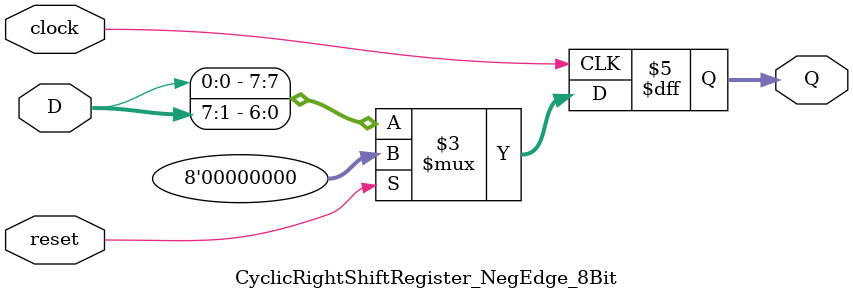
<source format=v>
module CyclicRightShiftRegister_NegEdge_8Bit (clock, reset, D, Q);
    input clock;
    input reset;
    input [7:0] D;
    output reg [7:0] Q;

    always @(negedge clock)
    begin
        if (reset)
            Q <= 8'b00000000;
        else
            Q <= {D[0], D[7:1]};        
    end
endmodule

</source>
